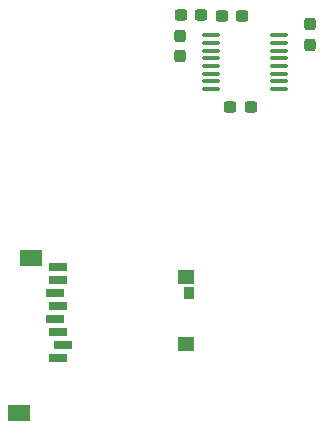
<source format=gtp>
%TF.GenerationSoftware,KiCad,Pcbnew,(6.0.9)*%
%TF.CreationDate,2022-11-23T00:56:20+01:00*%
%TF.ProjectId,Testapparaat_io,54657374-6170-4706-9172-6161745f696f,rev?*%
%TF.SameCoordinates,Original*%
%TF.FileFunction,Paste,Top*%
%TF.FilePolarity,Positive*%
%FSLAX46Y46*%
G04 Gerber Fmt 4.6, Leading zero omitted, Abs format (unit mm)*
G04 Created by KiCad (PCBNEW (6.0.9)) date 2022-11-23 00:56:20*
%MOMM*%
%LPD*%
G01*
G04 APERTURE LIST*
G04 Aperture macros list*
%AMRoundRect*
0 Rectangle with rounded corners*
0 $1 Rounding radius*
0 $2 $3 $4 $5 $6 $7 $8 $9 X,Y pos of 4 corners*
0 Add a 4 corners polygon primitive as box body*
4,1,4,$2,$3,$4,$5,$6,$7,$8,$9,$2,$3,0*
0 Add four circle primitives for the rounded corners*
1,1,$1+$1,$2,$3*
1,1,$1+$1,$4,$5*
1,1,$1+$1,$6,$7*
1,1,$1+$1,$8,$9*
0 Add four rect primitives between the rounded corners*
20,1,$1+$1,$2,$3,$4,$5,0*
20,1,$1+$1,$4,$5,$6,$7,0*
20,1,$1+$1,$6,$7,$8,$9,0*
20,1,$1+$1,$8,$9,$2,$3,0*%
G04 Aperture macros list end*
%ADD10RoundRect,0.237500X-0.237500X0.300000X-0.237500X-0.300000X0.237500X-0.300000X0.237500X0.300000X0*%
%ADD11RoundRect,0.237500X0.300000X0.237500X-0.300000X0.237500X-0.300000X-0.237500X0.300000X-0.237500X0*%
%ADD12RoundRect,0.237500X-0.300000X-0.237500X0.300000X-0.237500X0.300000X0.237500X-0.300000X0.237500X0*%
%ADD13RoundRect,0.100000X-0.637500X-0.100000X0.637500X-0.100000X0.637500X0.100000X-0.637500X0.100000X0*%
%ADD14R,1.400000X1.300000*%
%ADD15R,0.950000X1.000000*%
%ADD16R,1.900000X1.400000*%
%ADD17R,1.500000X0.800000*%
G04 APERTURE END LIST*
D10*
X147208000Y-54867000D03*
X147208000Y-56592000D03*
D11*
X137975000Y-54125000D03*
X136250000Y-54125000D03*
D12*
X140458000Y-61842000D03*
X142183000Y-61842000D03*
D10*
X136208000Y-55842000D03*
X136208000Y-57567000D03*
D13*
X138845500Y-55817000D03*
X138845500Y-56467000D03*
X138845500Y-57117000D03*
X138845500Y-57767000D03*
X138845500Y-58417000D03*
X138845500Y-59067000D03*
X138845500Y-59717000D03*
X138845500Y-60367000D03*
X144570500Y-60367000D03*
X144570500Y-59717000D03*
X144570500Y-59067000D03*
X144570500Y-58417000D03*
X144570500Y-57767000D03*
X144570500Y-57117000D03*
X144570500Y-56467000D03*
X144570500Y-55817000D03*
D14*
X136699000Y-76275000D03*
D15*
X136925000Y-77665000D03*
D14*
X136699000Y-81975000D03*
D16*
X123550000Y-74675000D03*
X122550000Y-87825000D03*
D17*
X125839000Y-83165000D03*
X126239000Y-82065000D03*
X125839000Y-80965000D03*
X125639000Y-79865000D03*
X125839000Y-78765000D03*
X125639000Y-77665000D03*
X125839000Y-76565000D03*
X125839000Y-75465000D03*
D11*
X141465000Y-54140000D03*
X139740000Y-54140000D03*
M02*

</source>
